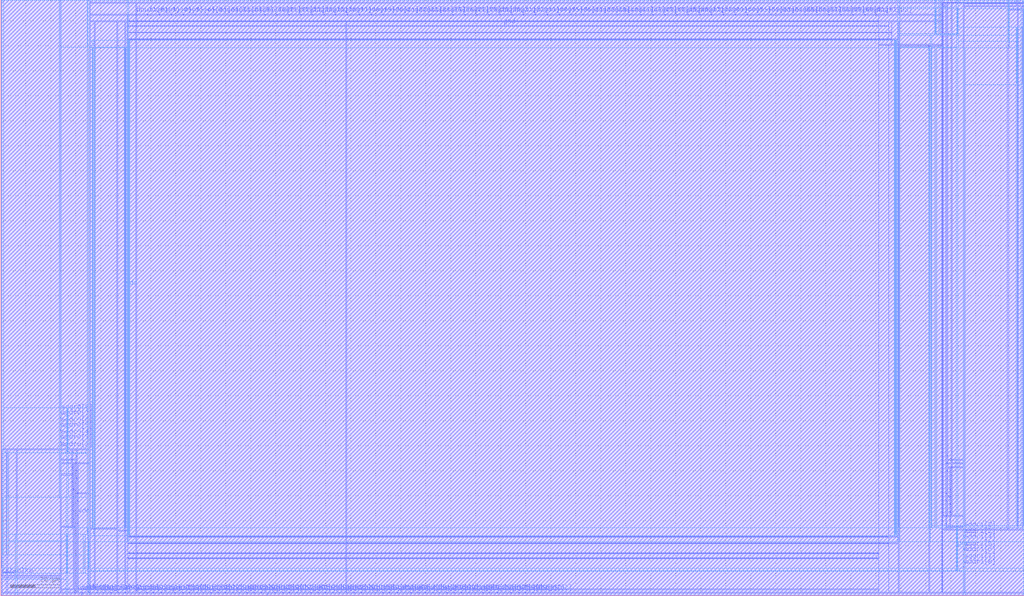
<source format=lef>
VERSION 5.4 ;
NAMESCASESENSITIVE ON ;
BUSBITCHARS "[]" ;
DIVIDERCHAR "/" ;
UNITS
  DATABASE MICRONS 2000 ;
END UNITS
MACRO freepdk45_sram_1w1r_512x64_64
   CLASS BLOCK ;
   SIZE 409.325 BY 238.385 ;
   SYMMETRY X Y R90 ;
   PIN din0[0]
      DIRECTION INPUT ;
      PORT
         LAYER metal3 ;
         RECT  35.46 1.105 35.595 1.24 ;
      END
   END din0[0]
   PIN din0[1]
      DIRECTION INPUT ;
      PORT
         LAYER metal3 ;
         RECT  38.32 1.105 38.455 1.24 ;
      END
   END din0[1]
   PIN din0[2]
      DIRECTION INPUT ;
      PORT
         LAYER metal3 ;
         RECT  41.18 1.105 41.315 1.24 ;
      END
   END din0[2]
   PIN din0[3]
      DIRECTION INPUT ;
      PORT
         LAYER metal3 ;
         RECT  44.04 1.105 44.175 1.24 ;
      END
   END din0[3]
   PIN din0[4]
      DIRECTION INPUT ;
      PORT
         LAYER metal3 ;
         RECT  46.9 1.105 47.035 1.24 ;
      END
   END din0[4]
   PIN din0[5]
      DIRECTION INPUT ;
      PORT
         LAYER metal3 ;
         RECT  49.76 1.105 49.895 1.24 ;
      END
   END din0[5]
   PIN din0[6]
      DIRECTION INPUT ;
      PORT
         LAYER metal3 ;
         RECT  52.62 1.105 52.755 1.24 ;
      END
   END din0[6]
   PIN din0[7]
      DIRECTION INPUT ;
      PORT
         LAYER metal3 ;
         RECT  55.48 1.105 55.615 1.24 ;
      END
   END din0[7]
   PIN din0[8]
      DIRECTION INPUT ;
      PORT
         LAYER metal3 ;
         RECT  58.34 1.105 58.475 1.24 ;
      END
   END din0[8]
   PIN din0[9]
      DIRECTION INPUT ;
      PORT
         LAYER metal3 ;
         RECT  61.2 1.105 61.335 1.24 ;
      END
   END din0[9]
   PIN din0[10]
      DIRECTION INPUT ;
      PORT
         LAYER metal3 ;
         RECT  64.06 1.105 64.195 1.24 ;
      END
   END din0[10]
   PIN din0[11]
      DIRECTION INPUT ;
      PORT
         LAYER metal3 ;
         RECT  66.92 1.105 67.055 1.24 ;
      END
   END din0[11]
   PIN din0[12]
      DIRECTION INPUT ;
      PORT
         LAYER metal3 ;
         RECT  69.78 1.105 69.915 1.24 ;
      END
   END din0[12]
   PIN din0[13]
      DIRECTION INPUT ;
      PORT
         LAYER metal3 ;
         RECT  72.64 1.105 72.775 1.24 ;
      END
   END din0[13]
   PIN din0[14]
      DIRECTION INPUT ;
      PORT
         LAYER metal3 ;
         RECT  75.5 1.105 75.635 1.24 ;
      END
   END din0[14]
   PIN din0[15]
      DIRECTION INPUT ;
      PORT
         LAYER metal3 ;
         RECT  78.36 1.105 78.495 1.24 ;
      END
   END din0[15]
   PIN din0[16]
      DIRECTION INPUT ;
      PORT
         LAYER metal3 ;
         RECT  81.22 1.105 81.355 1.24 ;
      END
   END din0[16]
   PIN din0[17]
      DIRECTION INPUT ;
      PORT
         LAYER metal3 ;
         RECT  84.08 1.105 84.215 1.24 ;
      END
   END din0[17]
   PIN din0[18]
      DIRECTION INPUT ;
      PORT
         LAYER metal3 ;
         RECT  86.94 1.105 87.075 1.24 ;
      END
   END din0[18]
   PIN din0[19]
      DIRECTION INPUT ;
      PORT
         LAYER metal3 ;
         RECT  89.8 1.105 89.935 1.24 ;
      END
   END din0[19]
   PIN din0[20]
      DIRECTION INPUT ;
      PORT
         LAYER metal3 ;
         RECT  92.66 1.105 92.795 1.24 ;
      END
   END din0[20]
   PIN din0[21]
      DIRECTION INPUT ;
      PORT
         LAYER metal3 ;
         RECT  95.52 1.105 95.655 1.24 ;
      END
   END din0[21]
   PIN din0[22]
      DIRECTION INPUT ;
      PORT
         LAYER metal3 ;
         RECT  98.38 1.105 98.515 1.24 ;
      END
   END din0[22]
   PIN din0[23]
      DIRECTION INPUT ;
      PORT
         LAYER metal3 ;
         RECT  101.24 1.105 101.375 1.24 ;
      END
   END din0[23]
   PIN din0[24]
      DIRECTION INPUT ;
      PORT
         LAYER metal3 ;
         RECT  104.1 1.105 104.235 1.24 ;
      END
   END din0[24]
   PIN din0[25]
      DIRECTION INPUT ;
      PORT
         LAYER metal3 ;
         RECT  106.96 1.105 107.095 1.24 ;
      END
   END din0[25]
   PIN din0[26]
      DIRECTION INPUT ;
      PORT
         LAYER metal3 ;
         RECT  109.82 1.105 109.955 1.24 ;
      END
   END din0[26]
   PIN din0[27]
      DIRECTION INPUT ;
      PORT
         LAYER metal3 ;
         RECT  112.68 1.105 112.815 1.24 ;
      END
   END din0[27]
   PIN din0[28]
      DIRECTION INPUT ;
      PORT
         LAYER metal3 ;
         RECT  115.54 1.105 115.675 1.24 ;
      END
   END din0[28]
   PIN din0[29]
      DIRECTION INPUT ;
      PORT
         LAYER metal3 ;
         RECT  118.4 1.105 118.535 1.24 ;
      END
   END din0[29]
   PIN din0[30]
      DIRECTION INPUT ;
      PORT
         LAYER metal3 ;
         RECT  121.26 1.105 121.395 1.24 ;
      END
   END din0[30]
   PIN din0[31]
      DIRECTION INPUT ;
      PORT
         LAYER metal3 ;
         RECT  124.12 1.105 124.255 1.24 ;
      END
   END din0[31]
   PIN din0[32]
      DIRECTION INPUT ;
      PORT
         LAYER metal3 ;
         RECT  126.98 1.105 127.115 1.24 ;
      END
   END din0[32]
   PIN din0[33]
      DIRECTION INPUT ;
      PORT
         LAYER metal3 ;
         RECT  129.84 1.105 129.975 1.24 ;
      END
   END din0[33]
   PIN din0[34]
      DIRECTION INPUT ;
      PORT
         LAYER metal3 ;
         RECT  132.7 1.105 132.835 1.24 ;
      END
   END din0[34]
   PIN din0[35]
      DIRECTION INPUT ;
      PORT
         LAYER metal3 ;
         RECT  135.56 1.105 135.695 1.24 ;
      END
   END din0[35]
   PIN din0[36]
      DIRECTION INPUT ;
      PORT
         LAYER metal3 ;
         RECT  138.42 1.105 138.555 1.24 ;
      END
   END din0[36]
   PIN din0[37]
      DIRECTION INPUT ;
      PORT
         LAYER metal3 ;
         RECT  141.28 1.105 141.415 1.24 ;
      END
   END din0[37]
   PIN din0[38]
      DIRECTION INPUT ;
      PORT
         LAYER metal3 ;
         RECT  144.14 1.105 144.275 1.24 ;
      END
   END din0[38]
   PIN din0[39]
      DIRECTION INPUT ;
      PORT
         LAYER metal3 ;
         RECT  147.0 1.105 147.135 1.24 ;
      END
   END din0[39]
   PIN din0[40]
      DIRECTION INPUT ;
      PORT
         LAYER metal3 ;
         RECT  149.86 1.105 149.995 1.24 ;
      END
   END din0[40]
   PIN din0[41]
      DIRECTION INPUT ;
      PORT
         LAYER metal3 ;
         RECT  152.72 1.105 152.855 1.24 ;
      END
   END din0[41]
   PIN din0[42]
      DIRECTION INPUT ;
      PORT
         LAYER metal3 ;
         RECT  155.58 1.105 155.715 1.24 ;
      END
   END din0[42]
   PIN din0[43]
      DIRECTION INPUT ;
      PORT
         LAYER metal3 ;
         RECT  158.44 1.105 158.575 1.24 ;
      END
   END din0[43]
   PIN din0[44]
      DIRECTION INPUT ;
      PORT
         LAYER metal3 ;
         RECT  161.3 1.105 161.435 1.24 ;
      END
   END din0[44]
   PIN din0[45]
      DIRECTION INPUT ;
      PORT
         LAYER metal3 ;
         RECT  164.16 1.105 164.295 1.24 ;
      END
   END din0[45]
   PIN din0[46]
      DIRECTION INPUT ;
      PORT
         LAYER metal3 ;
         RECT  167.02 1.105 167.155 1.24 ;
      END
   END din0[46]
   PIN din0[47]
      DIRECTION INPUT ;
      PORT
         LAYER metal3 ;
         RECT  169.88 1.105 170.015 1.24 ;
      END
   END din0[47]
   PIN din0[48]
      DIRECTION INPUT ;
      PORT
         LAYER metal3 ;
         RECT  172.74 1.105 172.875 1.24 ;
      END
   END din0[48]
   PIN din0[49]
      DIRECTION INPUT ;
      PORT
         LAYER metal3 ;
         RECT  175.6 1.105 175.735 1.24 ;
      END
   END din0[49]
   PIN din0[50]
      DIRECTION INPUT ;
      PORT
         LAYER metal3 ;
         RECT  178.46 1.105 178.595 1.24 ;
      END
   END din0[50]
   PIN din0[51]
      DIRECTION INPUT ;
      PORT
         LAYER metal3 ;
         RECT  181.32 1.105 181.455 1.24 ;
      END
   END din0[51]
   PIN din0[52]
      DIRECTION INPUT ;
      PORT
         LAYER metal3 ;
         RECT  184.18 1.105 184.315 1.24 ;
      END
   END din0[52]
   PIN din0[53]
      DIRECTION INPUT ;
      PORT
         LAYER metal3 ;
         RECT  187.04 1.105 187.175 1.24 ;
      END
   END din0[53]
   PIN din0[54]
      DIRECTION INPUT ;
      PORT
         LAYER metal3 ;
         RECT  189.9 1.105 190.035 1.24 ;
      END
   END din0[54]
   PIN din0[55]
      DIRECTION INPUT ;
      PORT
         LAYER metal3 ;
         RECT  192.76 1.105 192.895 1.24 ;
      END
   END din0[55]
   PIN din0[56]
      DIRECTION INPUT ;
      PORT
         LAYER metal3 ;
         RECT  195.62 1.105 195.755 1.24 ;
      END
   END din0[56]
   PIN din0[57]
      DIRECTION INPUT ;
      PORT
         LAYER metal3 ;
         RECT  198.48 1.105 198.615 1.24 ;
      END
   END din0[57]
   PIN din0[58]
      DIRECTION INPUT ;
      PORT
         LAYER metal3 ;
         RECT  201.34 1.105 201.475 1.24 ;
      END
   END din0[58]
   PIN din0[59]
      DIRECTION INPUT ;
      PORT
         LAYER metal3 ;
         RECT  204.2 1.105 204.335 1.24 ;
      END
   END din0[59]
   PIN din0[60]
      DIRECTION INPUT ;
      PORT
         LAYER metal3 ;
         RECT  207.06 1.105 207.195 1.24 ;
      END
   END din0[60]
   PIN din0[61]
      DIRECTION INPUT ;
      PORT
         LAYER metal3 ;
         RECT  209.92 1.105 210.055 1.24 ;
      END
   END din0[61]
   PIN din0[62]
      DIRECTION INPUT ;
      PORT
         LAYER metal3 ;
         RECT  212.78 1.105 212.915 1.24 ;
      END
   END din0[62]
   PIN din0[63]
      DIRECTION INPUT ;
      PORT
         LAYER metal3 ;
         RECT  215.64 1.105 215.775 1.24 ;
      END
   END din0[63]
   PIN addr0[0]
      DIRECTION INPUT ;
      PORT
         LAYER metal3 ;
         RECT  29.74 1.105 29.875 1.24 ;
      END
   END addr0[0]
   PIN addr0[1]
      DIRECTION INPUT ;
      PORT
         LAYER metal3 ;
         RECT  32.6 1.105 32.735 1.24 ;
      END
   END addr0[1]
   PIN addr0[2]
      DIRECTION INPUT ;
      PORT
         LAYER metal3 ;
         RECT  24.02 58.5 24.155 58.635 ;
      END
   END addr0[2]
   PIN addr0[3]
      DIRECTION INPUT ;
      PORT
         LAYER metal3 ;
         RECT  24.02 61.23 24.155 61.365 ;
      END
   END addr0[3]
   PIN addr0[4]
      DIRECTION INPUT ;
      PORT
         LAYER metal3 ;
         RECT  24.02 63.44 24.155 63.575 ;
      END
   END addr0[4]
   PIN addr0[5]
      DIRECTION INPUT ;
      PORT
         LAYER metal3 ;
         RECT  24.02 66.17 24.155 66.305 ;
      END
   END addr0[5]
   PIN addr0[6]
      DIRECTION INPUT ;
      PORT
         LAYER metal3 ;
         RECT  24.02 68.38 24.155 68.515 ;
      END
   END addr0[6]
   PIN addr0[7]
      DIRECTION INPUT ;
      PORT
         LAYER metal3 ;
         RECT  24.02 71.11 24.155 71.245 ;
      END
   END addr0[7]
   PIN addr0[8]
      DIRECTION INPUT ;
      PORT
         LAYER metal3 ;
         RECT  24.02 73.32 24.155 73.455 ;
      END
   END addr0[8]
   PIN addr1[0]
      DIRECTION INPUT ;
      PORT
         LAYER metal3 ;
         RECT  376.45 237.145 376.585 237.28 ;
      END
   END addr1[0]
   PIN addr1[1]
      DIRECTION INPUT ;
      PORT
         LAYER metal3 ;
         RECT  373.59 237.145 373.725 237.28 ;
      END
   END addr1[1]
   PIN addr1[2]
      DIRECTION INPUT ;
      PORT
         LAYER metal3 ;
         RECT  385.03 26.39 385.165 26.525 ;
      END
   END addr1[2]
   PIN addr1[3]
      DIRECTION INPUT ;
      PORT
         LAYER metal3 ;
         RECT  385.03 23.66 385.165 23.795 ;
      END
   END addr1[3]
   PIN addr1[4]
      DIRECTION INPUT ;
      PORT
         LAYER metal3 ;
         RECT  385.03 21.45 385.165 21.585 ;
      END
   END addr1[4]
   PIN addr1[5]
      DIRECTION INPUT ;
      PORT
         LAYER metal3 ;
         RECT  385.03 18.72 385.165 18.855 ;
      END
   END addr1[5]
   PIN addr1[6]
      DIRECTION INPUT ;
      PORT
         LAYER metal3 ;
         RECT  385.03 16.51 385.165 16.645 ;
      END
   END addr1[6]
   PIN addr1[7]
      DIRECTION INPUT ;
      PORT
         LAYER metal3 ;
         RECT  385.03 13.78 385.165 13.915 ;
      END
   END addr1[7]
   PIN addr1[8]
      DIRECTION INPUT ;
      PORT
         LAYER metal3 ;
         RECT  385.03 11.57 385.165 11.705 ;
      END
   END addr1[8]
   PIN csb0
      DIRECTION INPUT ;
      PORT
         LAYER metal3 ;
         RECT  0.285 7.93 0.42 8.065 ;
      END
   END csb0
   PIN csb1
      DIRECTION INPUT ;
      PORT
         LAYER metal3 ;
         RECT  408.905 235.77 409.04 235.905 ;
      END
   END csb1
   PIN clk0
      DIRECTION INPUT ;
      PORT
         LAYER metal3 ;
         RECT  6.2475 8.015 6.3825 8.15 ;
      END
   END clk0
   PIN clk1
      DIRECTION INPUT ;
      PORT
         LAYER metal3 ;
         RECT  402.8025 235.685 402.9375 235.82 ;
      END
   END clk1
   PIN dout1[0]
      DIRECTION OUTPUT ;
      PORT
         LAYER metal3 ;
         RECT  54.0625 232.2775 54.1975 232.4125 ;
      END
   END dout1[0]
   PIN dout1[1]
      DIRECTION OUTPUT ;
      PORT
         LAYER metal3 ;
         RECT  58.7625 232.2775 58.8975 232.4125 ;
      END
   END dout1[1]
   PIN dout1[2]
      DIRECTION OUTPUT ;
      PORT
         LAYER metal3 ;
         RECT  63.4625 232.2775 63.5975 232.4125 ;
      END
   END dout1[2]
   PIN dout1[3]
      DIRECTION OUTPUT ;
      PORT
         LAYER metal3 ;
         RECT  68.1625 232.2775 68.2975 232.4125 ;
      END
   END dout1[3]
   PIN dout1[4]
      DIRECTION OUTPUT ;
      PORT
         LAYER metal3 ;
         RECT  72.8625 232.2775 72.9975 232.4125 ;
      END
   END dout1[4]
   PIN dout1[5]
      DIRECTION OUTPUT ;
      PORT
         LAYER metal3 ;
         RECT  77.5625 232.2775 77.6975 232.4125 ;
      END
   END dout1[5]
   PIN dout1[6]
      DIRECTION OUTPUT ;
      PORT
         LAYER metal3 ;
         RECT  82.2625 232.2775 82.3975 232.4125 ;
      END
   END dout1[6]
   PIN dout1[7]
      DIRECTION OUTPUT ;
      PORT
         LAYER metal3 ;
         RECT  86.9625 232.2775 87.0975 232.4125 ;
      END
   END dout1[7]
   PIN dout1[8]
      DIRECTION OUTPUT ;
      PORT
         LAYER metal3 ;
         RECT  91.6625 232.2775 91.7975 232.4125 ;
      END
   END dout1[8]
   PIN dout1[9]
      DIRECTION OUTPUT ;
      PORT
         LAYER metal3 ;
         RECT  96.3625 232.2775 96.4975 232.4125 ;
      END
   END dout1[9]
   PIN dout1[10]
      DIRECTION OUTPUT ;
      PORT
         LAYER metal3 ;
         RECT  101.0625 232.2775 101.1975 232.4125 ;
      END
   END dout1[10]
   PIN dout1[11]
      DIRECTION OUTPUT ;
      PORT
         LAYER metal3 ;
         RECT  105.7625 232.2775 105.8975 232.4125 ;
      END
   END dout1[11]
   PIN dout1[12]
      DIRECTION OUTPUT ;
      PORT
         LAYER metal3 ;
         RECT  110.4625 232.2775 110.5975 232.4125 ;
      END
   END dout1[12]
   PIN dout1[13]
      DIRECTION OUTPUT ;
      PORT
         LAYER metal3 ;
         RECT  115.1625 232.2775 115.2975 232.4125 ;
      END
   END dout1[13]
   PIN dout1[14]
      DIRECTION OUTPUT ;
      PORT
         LAYER metal3 ;
         RECT  119.8625 232.2775 119.9975 232.4125 ;
      END
   END dout1[14]
   PIN dout1[15]
      DIRECTION OUTPUT ;
      PORT
         LAYER metal3 ;
         RECT  124.5625 232.2775 124.6975 232.4125 ;
      END
   END dout1[15]
   PIN dout1[16]
      DIRECTION OUTPUT ;
      PORT
         LAYER metal3 ;
         RECT  129.2625 232.2775 129.3975 232.4125 ;
      END
   END dout1[16]
   PIN dout1[17]
      DIRECTION OUTPUT ;
      PORT
         LAYER metal3 ;
         RECT  133.9625 232.2775 134.0975 232.4125 ;
      END
   END dout1[17]
   PIN dout1[18]
      DIRECTION OUTPUT ;
      PORT
         LAYER metal3 ;
         RECT  138.6625 232.2775 138.7975 232.4125 ;
      END
   END dout1[18]
   PIN dout1[19]
      DIRECTION OUTPUT ;
      PORT
         LAYER metal3 ;
         RECT  143.3625 232.2775 143.4975 232.4125 ;
      END
   END dout1[19]
   PIN dout1[20]
      DIRECTION OUTPUT ;
      PORT
         LAYER metal3 ;
         RECT  148.0625 232.2775 148.1975 232.4125 ;
      END
   END dout1[20]
   PIN dout1[21]
      DIRECTION OUTPUT ;
      PORT
         LAYER metal3 ;
         RECT  152.7625 232.2775 152.8975 232.4125 ;
      END
   END dout1[21]
   PIN dout1[22]
      DIRECTION OUTPUT ;
      PORT
         LAYER metal3 ;
         RECT  157.4625 232.2775 157.5975 232.4125 ;
      END
   END dout1[22]
   PIN dout1[23]
      DIRECTION OUTPUT ;
      PORT
         LAYER metal3 ;
         RECT  162.1625 232.2775 162.2975 232.4125 ;
      END
   END dout1[23]
   PIN dout1[24]
      DIRECTION OUTPUT ;
      PORT
         LAYER metal3 ;
         RECT  166.8625 232.2775 166.9975 232.4125 ;
      END
   END dout1[24]
   PIN dout1[25]
      DIRECTION OUTPUT ;
      PORT
         LAYER metal3 ;
         RECT  171.5625 232.2775 171.6975 232.4125 ;
      END
   END dout1[25]
   PIN dout1[26]
      DIRECTION OUTPUT ;
      PORT
         LAYER metal3 ;
         RECT  176.2625 232.2775 176.3975 232.4125 ;
      END
   END dout1[26]
   PIN dout1[27]
      DIRECTION OUTPUT ;
      PORT
         LAYER metal3 ;
         RECT  180.9625 232.2775 181.0975 232.4125 ;
      END
   END dout1[27]
   PIN dout1[28]
      DIRECTION OUTPUT ;
      PORT
         LAYER metal3 ;
         RECT  185.6625 232.2775 185.7975 232.4125 ;
      END
   END dout1[28]
   PIN dout1[29]
      DIRECTION OUTPUT ;
      PORT
         LAYER metal3 ;
         RECT  190.3625 232.2775 190.4975 232.4125 ;
      END
   END dout1[29]
   PIN dout1[30]
      DIRECTION OUTPUT ;
      PORT
         LAYER metal3 ;
         RECT  195.0625 232.2775 195.1975 232.4125 ;
      END
   END dout1[30]
   PIN dout1[31]
      DIRECTION OUTPUT ;
      PORT
         LAYER metal3 ;
         RECT  199.7625 232.2775 199.8975 232.4125 ;
      END
   END dout1[31]
   PIN dout1[32]
      DIRECTION OUTPUT ;
      PORT
         LAYER metal3 ;
         RECT  204.4625 232.2775 204.5975 232.4125 ;
      END
   END dout1[32]
   PIN dout1[33]
      DIRECTION OUTPUT ;
      PORT
         LAYER metal3 ;
         RECT  209.1625 232.2775 209.2975 232.4125 ;
      END
   END dout1[33]
   PIN dout1[34]
      DIRECTION OUTPUT ;
      PORT
         LAYER metal3 ;
         RECT  213.8625 232.2775 213.9975 232.4125 ;
      END
   END dout1[34]
   PIN dout1[35]
      DIRECTION OUTPUT ;
      PORT
         LAYER metal3 ;
         RECT  218.5625 232.2775 218.6975 232.4125 ;
      END
   END dout1[35]
   PIN dout1[36]
      DIRECTION OUTPUT ;
      PORT
         LAYER metal3 ;
         RECT  223.2625 232.2775 223.3975 232.4125 ;
      END
   END dout1[36]
   PIN dout1[37]
      DIRECTION OUTPUT ;
      PORT
         LAYER metal3 ;
         RECT  227.9625 232.2775 228.0975 232.4125 ;
      END
   END dout1[37]
   PIN dout1[38]
      DIRECTION OUTPUT ;
      PORT
         LAYER metal3 ;
         RECT  232.6625 232.2775 232.7975 232.4125 ;
      END
   END dout1[38]
   PIN dout1[39]
      DIRECTION OUTPUT ;
      PORT
         LAYER metal3 ;
         RECT  237.3625 232.2775 237.4975 232.4125 ;
      END
   END dout1[39]
   PIN dout1[40]
      DIRECTION OUTPUT ;
      PORT
         LAYER metal3 ;
         RECT  242.0625 232.2775 242.1975 232.4125 ;
      END
   END dout1[40]
   PIN dout1[41]
      DIRECTION OUTPUT ;
      PORT
         LAYER metal3 ;
         RECT  246.7625 232.2775 246.8975 232.4125 ;
      END
   END dout1[41]
   PIN dout1[42]
      DIRECTION OUTPUT ;
      PORT
         LAYER metal3 ;
         RECT  251.4625 232.2775 251.5975 232.4125 ;
      END
   END dout1[42]
   PIN dout1[43]
      DIRECTION OUTPUT ;
      PORT
         LAYER metal3 ;
         RECT  256.1625 232.2775 256.2975 232.4125 ;
      END
   END dout1[43]
   PIN dout1[44]
      DIRECTION OUTPUT ;
      PORT
         LAYER metal3 ;
         RECT  260.8625 232.2775 260.9975 232.4125 ;
      END
   END dout1[44]
   PIN dout1[45]
      DIRECTION OUTPUT ;
      PORT
         LAYER metal3 ;
         RECT  265.5625 232.2775 265.6975 232.4125 ;
      END
   END dout1[45]
   PIN dout1[46]
      DIRECTION OUTPUT ;
      PORT
         LAYER metal3 ;
         RECT  270.2625 232.2775 270.3975 232.4125 ;
      END
   END dout1[46]
   PIN dout1[47]
      DIRECTION OUTPUT ;
      PORT
         LAYER metal3 ;
         RECT  274.9625 232.2775 275.0975 232.4125 ;
      END
   END dout1[47]
   PIN dout1[48]
      DIRECTION OUTPUT ;
      PORT
         LAYER metal3 ;
         RECT  279.6625 232.2775 279.7975 232.4125 ;
      END
   END dout1[48]
   PIN dout1[49]
      DIRECTION OUTPUT ;
      PORT
         LAYER metal3 ;
         RECT  284.3625 232.2775 284.4975 232.4125 ;
      END
   END dout1[49]
   PIN dout1[50]
      DIRECTION OUTPUT ;
      PORT
         LAYER metal3 ;
         RECT  289.0625 232.2775 289.1975 232.4125 ;
      END
   END dout1[50]
   PIN dout1[51]
      DIRECTION OUTPUT ;
      PORT
         LAYER metal3 ;
         RECT  293.7625 232.2775 293.8975 232.4125 ;
      END
   END dout1[51]
   PIN dout1[52]
      DIRECTION OUTPUT ;
      PORT
         LAYER metal3 ;
         RECT  298.4625 232.2775 298.5975 232.4125 ;
      END
   END dout1[52]
   PIN dout1[53]
      DIRECTION OUTPUT ;
      PORT
         LAYER metal3 ;
         RECT  303.1625 232.2775 303.2975 232.4125 ;
      END
   END dout1[53]
   PIN dout1[54]
      DIRECTION OUTPUT ;
      PORT
         LAYER metal3 ;
         RECT  307.8625 232.2775 307.9975 232.4125 ;
      END
   END dout1[54]
   PIN dout1[55]
      DIRECTION OUTPUT ;
      PORT
         LAYER metal3 ;
         RECT  312.5625 232.2775 312.6975 232.4125 ;
      END
   END dout1[55]
   PIN dout1[56]
      DIRECTION OUTPUT ;
      PORT
         LAYER metal3 ;
         RECT  317.2625 232.2775 317.3975 232.4125 ;
      END
   END dout1[56]
   PIN dout1[57]
      DIRECTION OUTPUT ;
      PORT
         LAYER metal3 ;
         RECT  321.9625 232.2775 322.0975 232.4125 ;
      END
   END dout1[57]
   PIN dout1[58]
      DIRECTION OUTPUT ;
      PORT
         LAYER metal3 ;
         RECT  326.6625 232.2775 326.7975 232.4125 ;
      END
   END dout1[58]
   PIN dout1[59]
      DIRECTION OUTPUT ;
      PORT
         LAYER metal3 ;
         RECT  331.3625 232.2775 331.4975 232.4125 ;
      END
   END dout1[59]
   PIN dout1[60]
      DIRECTION OUTPUT ;
      PORT
         LAYER metal3 ;
         RECT  336.0625 232.2775 336.1975 232.4125 ;
      END
   END dout1[60]
   PIN dout1[61]
      DIRECTION OUTPUT ;
      PORT
         LAYER metal3 ;
         RECT  340.7625 232.2775 340.8975 232.4125 ;
      END
   END dout1[61]
   PIN dout1[62]
      DIRECTION OUTPUT ;
      PORT
         LAYER metal3 ;
         RECT  345.4625 232.2775 345.5975 232.4125 ;
      END
   END dout1[62]
   PIN dout1[63]
      DIRECTION OUTPUT ;
      PORT
         LAYER metal3 ;
         RECT  350.1625 232.2775 350.2975 232.4125 ;
      END
   END dout1[63]
   PIN vdd
      DIRECTION INOUT ;
      USE POWER ; 
      SHAPE ABUTMENT ; 
      PORT
         LAYER metal3 ;
         RECT  30.3975 52.91 30.5325 53.045 ;
         LAYER metal4 ;
         RECT  35.01 11.285 35.15 21.305 ;
         LAYER metal3 ;
         RECT  50.8775 229.72 350.9675 229.79 ;
         LAYER metal3 ;
         RECT  378.1125 31.98 378.2475 32.115 ;
         LAYER metal3 ;
         RECT  378.4575 52.91 378.5925 53.045 ;
         LAYER metal3 ;
         RECT  138.1375 2.47 138.2725 2.605 ;
         LAYER metal3 ;
         RECT  30.3975 55.9 30.5325 56.035 ;
         LAYER metal3 ;
         RECT  378.1125 40.95 378.2475 41.085 ;
         LAYER metal3 ;
         RECT  359.1225 220.35 359.2575 220.485 ;
         LAYER metal3 ;
         RECT  378.4575 46.93 378.5925 47.065 ;
         LAYER metal4 ;
         RECT  0.6875 16.67 0.8275 39.0725 ;
         LAYER metal3 ;
         RECT  206.7775 2.47 206.9125 2.605 ;
         LAYER metal4 ;
         RECT  23.735 57.3925 23.875 74.8875 ;
         LAYER metal3 ;
         RECT  406.765 234.405 406.9 234.54 ;
         LAYER metal3 ;
         RECT  161.0175 2.47 161.1525 2.605 ;
         LAYER metal3 ;
         RECT  30.7425 40.95 30.8775 41.085 ;
         LAYER metal3 ;
         RECT  172.4575 2.47 172.5925 2.605 ;
         LAYER metal4 ;
         RECT  26.455 9.2925 26.595 24.2525 ;
         LAYER metal3 ;
         RECT  29.4575 2.47 29.5925 2.605 ;
         LAYER metal3 ;
         RECT  30.7425 28.99 30.8775 29.125 ;
         LAYER metal4 ;
         RECT  359.12 27.4925 359.26 218.9925 ;
         LAYER metal3 ;
         RECT  30.7425 37.96 30.8775 38.095 ;
         LAYER metal3 ;
         RECT  46.6175 2.47 46.7525 2.605 ;
         LAYER metal4 ;
         RECT  382.59 224.5225 382.73 234.5425 ;
         LAYER metal3 ;
         RECT  2.425 9.295 2.56 9.43 ;
         LAYER metal3 ;
         RECT  183.8975 2.47 184.0325 2.605 ;
         LAYER metal3 ;
         RECT  115.2575 2.47 115.3925 2.605 ;
         LAYER metal3 ;
         RECT  92.3775 2.47 92.5125 2.605 ;
         LAYER metal4 ;
         RECT  50.81 24.3225 50.95 221.9125 ;
         LAYER metal3 ;
         RECT  149.5775 2.47 149.7125 2.605 ;
         LAYER metal3 ;
         RECT  50.8775 14.9775 350.9675 15.0475 ;
         LAYER metal4 ;
         RECT  371.995 27.4925 372.135 219.0625 ;
         LAYER metal3 ;
         RECT  35.1775 2.47 35.3125 2.605 ;
         LAYER metal3 ;
         RECT  58.0575 2.47 58.1925 2.605 ;
         LAYER metal3 ;
         RECT  69.4975 2.47 69.6325 2.605 ;
         LAYER metal3 ;
         RECT  30.3975 49.92 30.5325 50.055 ;
         LAYER metal3 ;
         RECT  126.6975 2.47 126.8325 2.605 ;
         LAYER metal3 ;
         RECT  195.3375 2.47 195.4725 2.605 ;
         LAYER metal3 ;
         RECT  378.4575 55.9 378.5925 56.035 ;
         LAYER metal3 ;
         RECT  378.1125 28.99 378.2475 29.125 ;
         LAYER metal3 ;
         RECT  378.4575 49.92 378.5925 50.055 ;
         LAYER metal3 ;
         RECT  30.3975 46.93 30.5325 47.065 ;
         LAYER metal3 ;
         RECT  50.8775 222.6075 356.1375 222.6775 ;
         LAYER metal4 ;
         RECT  385.31 10.1375 385.45 27.6325 ;
         LAYER metal3 ;
         RECT  103.8175 2.47 103.9525 2.605 ;
         LAYER metal4 ;
         RECT  408.4975 204.7625 408.6375 227.165 ;
         LAYER metal3 ;
         RECT  80.9375 2.47 81.0725 2.605 ;
         LAYER metal3 ;
         RECT  371.38 219.5625 371.515 219.6975 ;
         LAYER metal3 ;
         RECT  49.7325 26.0 49.8675 26.135 ;
         LAYER metal4 ;
         RECT  358.04 24.3225 358.18 221.9125 ;
         LAYER metal4 ;
         RECT  36.855 27.4925 36.995 219.0625 ;
         LAYER metal3 ;
         RECT  378.1125 37.96 378.2475 38.095 ;
         LAYER metal3 ;
         RECT  376.7325 235.78 376.8675 235.915 ;
         LAYER metal4 ;
         RECT  373.84 225.0 373.98 235.02 ;
         LAYER metal4 ;
         RECT  49.73 27.4925 49.87 218.9925 ;
         LAYER metal3 ;
         RECT  50.8775 23.6275 354.9625 23.6975 ;
         LAYER metal3 ;
         RECT  37.475 26.7875 37.61 26.9225 ;
         LAYER metal3 ;
         RECT  30.7425 31.98 30.8775 32.115 ;
      END
   END vdd
   PIN gnd
      DIRECTION INOUT ;
      USE GROUND ; 
      SHAPE ABUTMENT ; 
      PORT
         LAYER metal4 ;
         RECT  51.27 24.3225 51.41 221.9125 ;
         LAYER metal4 ;
         RECT  406.435 204.73 406.575 227.1325 ;
         LAYER metal3 ;
         RECT  106.6775 0.0 106.8125 0.135 ;
         LAYER metal4 ;
         RECT  26.595 57.3275 26.735 74.8225 ;
         LAYER metal3 ;
         RECT  83.7975 0.0 83.9325 0.135 ;
         LAYER metal3 ;
         RECT  118.1175 0.0 118.2525 0.135 ;
         LAYER metal3 ;
         RECT  29.215 27.495 29.35 27.63 ;
         LAYER metal3 ;
         RECT  50.8775 17.0275 350.9675 17.0975 ;
         LAYER metal3 ;
         RECT  29.215 30.485 29.35 30.62 ;
         LAYER metal3 ;
         RECT  380.265 54.405 380.4 54.54 ;
         LAYER metal3 ;
         RECT  152.4375 0.0 152.5725 0.135 ;
         LAYER metal4 ;
         RECT  371.435 27.46 371.575 219.025 ;
         LAYER metal3 ;
         RECT  95.2375 0.0 95.3725 0.135 ;
         LAYER metal3 ;
         RECT  72.3575 0.0 72.4925 0.135 ;
         LAYER metal3 ;
         RECT  129.5575 0.0 129.6925 0.135 ;
         LAYER metal3 ;
         RECT  38.0375 0.0 38.1725 0.135 ;
         LAYER metal3 ;
         RECT  379.64 27.495 379.775 27.63 ;
         LAYER metal3 ;
         RECT  2.425 6.825 2.56 6.96 ;
         LAYER metal3 ;
         RECT  373.8725 238.25 374.0075 238.385 ;
         LAYER metal3 ;
         RECT  380.265 51.415 380.4 51.55 ;
         LAYER metal3 ;
         RECT  28.59 48.425 28.725 48.56 ;
         LAYER metal3 ;
         RECT  186.7575 0.0 186.8925 0.135 ;
         LAYER metal3 ;
         RECT  50.8775 225.2275 354.995 225.2975 ;
         LAYER metal4 ;
         RECT  37.415 27.46 37.555 219.025 ;
         LAYER metal4 ;
         RECT  34.92 27.46 35.06 219.0625 ;
         LAYER metal3 ;
         RECT  28.59 45.435 28.725 45.57 ;
         LAYER metal4 ;
         RECT  2.75 16.7025 2.89 39.105 ;
         LAYER metal3 ;
         RECT  32.3175 0.0 32.4525 0.135 ;
         LAYER metal3 ;
         RECT  379.64 39.455 379.775 39.59 ;
         LAYER metal4 ;
         RECT  6.105 6.8225 6.245 21.7825 ;
         LAYER metal3 ;
         RECT  380.265 45.435 380.4 45.57 ;
         LAYER metal3 ;
         RECT  140.9975 0.0 141.1325 0.135 ;
         LAYER metal3 ;
         RECT  49.4775 0.0 49.6125 0.135 ;
         LAYER metal3 ;
         RECT  379.64 36.465 379.775 36.6 ;
         LAYER metal3 ;
         RECT  379.64 42.445 379.775 42.58 ;
         LAYER metal3 ;
         RECT  380.265 48.425 380.4 48.56 ;
         LAYER metal3 ;
         RECT  29.215 33.475 29.35 33.61 ;
         LAYER metal4 ;
         RECT  357.58 24.3225 357.72 221.9125 ;
         LAYER metal3 ;
         RECT  29.215 36.465 29.35 36.6 ;
         LAYER metal4 ;
         RECT  373.93 27.46 374.07 219.0625 ;
         LAYER metal3 ;
         RECT  29.215 39.455 29.35 39.59 ;
         LAYER metal4 ;
         RECT  402.94 222.0525 403.08 237.0125 ;
         LAYER metal3 ;
         RECT  60.9175 0.0 61.0525 0.135 ;
         LAYER metal3 ;
         RECT  163.8775 0.0 164.0125 0.135 ;
         LAYER metal4 ;
         RECT  33.3475 11.2175 33.4875 21.3725 ;
         LAYER metal3 ;
         RECT  28.59 54.405 28.725 54.54 ;
         LAYER metal3 ;
         RECT  406.765 236.875 406.9 237.01 ;
         LAYER metal4 ;
         RECT  375.5025 224.9325 375.6425 235.0875 ;
         LAYER metal3 ;
         RECT  29.215 42.445 29.35 42.58 ;
         LAYER metal3 ;
         RECT  198.1975 0.0 198.3325 0.135 ;
         LAYER metal3 ;
         RECT  379.64 30.485 379.775 30.62 ;
         LAYER metal4 ;
         RECT  382.45 10.2025 382.59 27.6975 ;
         LAYER metal3 ;
         RECT  50.8775 21.0075 354.995 21.0775 ;
         LAYER metal3 ;
         RECT  175.3175 0.0 175.4525 0.135 ;
         LAYER metal3 ;
         RECT  28.59 51.415 28.725 51.55 ;
         LAYER metal3 ;
         RECT  380.265 57.395 380.4 57.53 ;
         LAYER metal3 ;
         RECT  209.6375 0.0 209.7725 0.135 ;
         LAYER metal3 ;
         RECT  379.64 33.475 379.775 33.61 ;
         LAYER metal3 ;
         RECT  28.59 57.395 28.725 57.53 ;
         LAYER metal3 ;
         RECT  50.8775 227.8275 351.0025 227.8975 ;
      END
   END gnd
   OBS
   LAYER  metal1 ;
      RECT  0.14 0.14 409.185 238.245 ;
   LAYER  metal2 ;
      RECT  0.14 0.14 409.185 238.245 ;
   LAYER  metal3 ;
      RECT  35.32 0.14 35.735 0.965 ;
      RECT  35.735 0.965 38.18 1.38 ;
      RECT  38.595 0.965 41.04 1.38 ;
      RECT  41.455 0.965 43.9 1.38 ;
      RECT  44.315 0.965 46.76 1.38 ;
      RECT  47.175 0.965 49.62 1.38 ;
      RECT  50.035 0.965 52.48 1.38 ;
      RECT  52.895 0.965 55.34 1.38 ;
      RECT  55.755 0.965 58.2 1.38 ;
      RECT  58.615 0.965 61.06 1.38 ;
      RECT  61.475 0.965 63.92 1.38 ;
      RECT  64.335 0.965 66.78 1.38 ;
      RECT  67.195 0.965 69.64 1.38 ;
      RECT  70.055 0.965 72.5 1.38 ;
      RECT  72.915 0.965 75.36 1.38 ;
      RECT  75.775 0.965 78.22 1.38 ;
      RECT  78.635 0.965 81.08 1.38 ;
      RECT  81.495 0.965 83.94 1.38 ;
      RECT  84.355 0.965 86.8 1.38 ;
      RECT  87.215 0.965 89.66 1.38 ;
      RECT  90.075 0.965 92.52 1.38 ;
      RECT  92.935 0.965 95.38 1.38 ;
      RECT  95.795 0.965 98.24 1.38 ;
      RECT  98.655 0.965 101.1 1.38 ;
      RECT  101.515 0.965 103.96 1.38 ;
      RECT  104.375 0.965 106.82 1.38 ;
      RECT  107.235 0.965 109.68 1.38 ;
      RECT  110.095 0.965 112.54 1.38 ;
      RECT  112.955 0.965 115.4 1.38 ;
      RECT  115.815 0.965 118.26 1.38 ;
      RECT  118.675 0.965 121.12 1.38 ;
      RECT  121.535 0.965 123.98 1.38 ;
      RECT  124.395 0.965 126.84 1.38 ;
      RECT  127.255 0.965 129.7 1.38 ;
      RECT  130.115 0.965 132.56 1.38 ;
      RECT  132.975 0.965 135.42 1.38 ;
      RECT  135.835 0.965 138.28 1.38 ;
      RECT  138.695 0.965 141.14 1.38 ;
      RECT  141.555 0.965 144.0 1.38 ;
      RECT  144.415 0.965 146.86 1.38 ;
      RECT  147.275 0.965 149.72 1.38 ;
      RECT  150.135 0.965 152.58 1.38 ;
      RECT  152.995 0.965 155.44 1.38 ;
      RECT  155.855 0.965 158.3 1.38 ;
      RECT  158.715 0.965 161.16 1.38 ;
      RECT  161.575 0.965 164.02 1.38 ;
      RECT  164.435 0.965 166.88 1.38 ;
      RECT  167.295 0.965 169.74 1.38 ;
      RECT  170.155 0.965 172.6 1.38 ;
      RECT  173.015 0.965 175.46 1.38 ;
      RECT  175.875 0.965 178.32 1.38 ;
      RECT  178.735 0.965 181.18 1.38 ;
      RECT  181.595 0.965 184.04 1.38 ;
      RECT  184.455 0.965 186.9 1.38 ;
      RECT  187.315 0.965 189.76 1.38 ;
      RECT  190.175 0.965 192.62 1.38 ;
      RECT  193.035 0.965 195.48 1.38 ;
      RECT  195.895 0.965 198.34 1.38 ;
      RECT  198.755 0.965 201.2 1.38 ;
      RECT  201.615 0.965 204.06 1.38 ;
      RECT  204.475 0.965 206.92 1.38 ;
      RECT  207.335 0.965 209.78 1.38 ;
      RECT  210.195 0.965 212.64 1.38 ;
      RECT  213.055 0.965 215.5 1.38 ;
      RECT  215.915 0.965 409.185 1.38 ;
      RECT  0.14 0.965 29.6 1.38 ;
      RECT  30.015 0.965 32.46 1.38 ;
      RECT  32.875 0.965 35.32 1.38 ;
      RECT  0.14 58.36 23.88 58.775 ;
      RECT  0.14 58.775 23.88 238.245 ;
      RECT  23.88 1.38 24.295 58.36 ;
      RECT  24.295 58.36 35.32 58.775 ;
      RECT  24.295 58.775 35.32 238.245 ;
      RECT  23.88 58.775 24.295 61.09 ;
      RECT  23.88 61.505 24.295 63.3 ;
      RECT  23.88 63.715 24.295 66.03 ;
      RECT  23.88 66.445 24.295 68.24 ;
      RECT  23.88 68.655 24.295 70.97 ;
      RECT  23.88 71.385 24.295 73.18 ;
      RECT  23.88 73.595 24.295 238.245 ;
      RECT  376.31 237.42 376.725 238.245 ;
      RECT  376.725 237.42 409.185 238.245 ;
      RECT  35.735 237.005 373.45 237.42 ;
      RECT  373.865 237.005 376.31 237.42 ;
      RECT  376.725 1.38 384.89 26.25 ;
      RECT  376.725 26.25 384.89 26.665 ;
      RECT  384.89 26.665 385.305 237.005 ;
      RECT  385.305 1.38 409.185 26.25 ;
      RECT  385.305 26.25 409.185 26.665 ;
      RECT  384.89 23.935 385.305 26.25 ;
      RECT  384.89 21.725 385.305 23.52 ;
      RECT  384.89 18.995 385.305 21.31 ;
      RECT  384.89 16.785 385.305 18.58 ;
      RECT  384.89 14.055 385.305 16.37 ;
      RECT  384.89 1.38 385.305 11.43 ;
      RECT  384.89 11.845 385.305 13.64 ;
      RECT  0.14 1.38 0.145 7.79 ;
      RECT  0.14 7.79 0.145 8.205 ;
      RECT  0.14 8.205 0.145 58.36 ;
      RECT  0.145 1.38 0.56 7.79 ;
      RECT  0.145 8.205 0.56 58.36 ;
      RECT  408.765 26.665 409.18 235.63 ;
      RECT  408.765 236.045 409.18 237.005 ;
      RECT  409.18 26.665 409.185 235.63 ;
      RECT  409.18 235.63 409.185 236.045 ;
      RECT  409.18 236.045 409.185 237.005 ;
      RECT  0.56 7.79 6.1075 7.875 ;
      RECT  0.56 7.875 6.1075 8.205 ;
      RECT  6.1075 7.79 6.5225 7.875 ;
      RECT  6.5225 7.79 23.88 7.875 ;
      RECT  6.5225 7.875 23.88 8.205 ;
      RECT  0.56 8.205 6.1075 8.29 ;
      RECT  6.1075 8.29 6.5225 58.36 ;
      RECT  6.5225 8.205 23.88 8.29 ;
      RECT  6.5225 8.29 23.88 58.36 ;
      RECT  385.305 26.665 402.6625 235.545 ;
      RECT  385.305 235.545 402.6625 235.63 ;
      RECT  402.6625 26.665 403.0775 235.545 ;
      RECT  403.0775 235.545 408.765 235.63 ;
      RECT  385.305 235.63 402.6625 235.96 ;
      RECT  385.305 235.96 402.6625 236.045 ;
      RECT  402.6625 235.96 403.0775 236.045 ;
      RECT  403.0775 235.63 408.765 235.96 ;
      RECT  403.0775 235.96 408.765 236.045 ;
      RECT  35.735 232.1375 53.9225 232.5525 ;
      RECT  35.735 232.5525 53.9225 237.005 ;
      RECT  53.9225 232.5525 54.3375 237.005 ;
      RECT  54.3375 232.5525 376.31 237.005 ;
      RECT  54.3375 232.1375 58.6225 232.5525 ;
      RECT  59.0375 232.1375 63.3225 232.5525 ;
      RECT  63.7375 232.1375 68.0225 232.5525 ;
      RECT  68.4375 232.1375 72.7225 232.5525 ;
      RECT  73.1375 232.1375 77.4225 232.5525 ;
      RECT  77.8375 232.1375 82.1225 232.5525 ;
      RECT  82.5375 232.1375 86.8225 232.5525 ;
      RECT  87.2375 232.1375 91.5225 232.5525 ;
      RECT  91.9375 232.1375 96.2225 232.5525 ;
      RECT  96.6375 232.1375 100.9225 232.5525 ;
      RECT  101.3375 232.1375 105.6225 232.5525 ;
      RECT  106.0375 232.1375 110.3225 232.5525 ;
      RECT  110.7375 232.1375 115.0225 232.5525 ;
      RECT  115.4375 232.1375 119.7225 232.5525 ;
      RECT  120.1375 232.1375 124.4225 232.5525 ;
      RECT  124.8375 232.1375 129.1225 232.5525 ;
      RECT  129.5375 232.1375 133.8225 232.5525 ;
      RECT  134.2375 232.1375 138.5225 232.5525 ;
      RECT  138.9375 232.1375 143.2225 232.5525 ;
      RECT  143.6375 232.1375 147.9225 232.5525 ;
      RECT  148.3375 232.1375 152.6225 232.5525 ;
      RECT  153.0375 232.1375 157.3225 232.5525 ;
      RECT  157.7375 232.1375 162.0225 232.5525 ;
      RECT  162.4375 232.1375 166.7225 232.5525 ;
      RECT  167.1375 232.1375 171.4225 232.5525 ;
      RECT  171.8375 232.1375 176.1225 232.5525 ;
      RECT  176.5375 232.1375 180.8225 232.5525 ;
      RECT  181.2375 232.1375 185.5225 232.5525 ;
      RECT  185.9375 232.1375 190.2225 232.5525 ;
      RECT  190.6375 232.1375 194.9225 232.5525 ;
      RECT  195.3375 232.1375 199.6225 232.5525 ;
      RECT  200.0375 232.1375 204.3225 232.5525 ;
      RECT  204.7375 232.1375 209.0225 232.5525 ;
      RECT  209.4375 232.1375 213.7225 232.5525 ;
      RECT  214.1375 232.1375 218.4225 232.5525 ;
      RECT  218.8375 232.1375 223.1225 232.5525 ;
      RECT  223.5375 232.1375 227.8225 232.5525 ;
      RECT  228.2375 232.1375 232.5225 232.5525 ;
      RECT  232.9375 232.1375 237.2225 232.5525 ;
      RECT  237.6375 232.1375 241.9225 232.5525 ;
      RECT  242.3375 232.1375 246.6225 232.5525 ;
      RECT  247.0375 232.1375 251.3225 232.5525 ;
      RECT  251.7375 232.1375 256.0225 232.5525 ;
      RECT  256.4375 232.1375 260.7225 232.5525 ;
      RECT  261.1375 232.1375 265.4225 232.5525 ;
      RECT  265.8375 232.1375 270.1225 232.5525 ;
      RECT  270.5375 232.1375 274.8225 232.5525 ;
      RECT  275.2375 232.1375 279.5225 232.5525 ;
      RECT  279.9375 232.1375 284.2225 232.5525 ;
      RECT  284.6375 232.1375 288.9225 232.5525 ;
      RECT  289.3375 232.1375 293.6225 232.5525 ;
      RECT  294.0375 232.1375 298.3225 232.5525 ;
      RECT  298.7375 232.1375 303.0225 232.5525 ;
      RECT  303.4375 232.1375 307.7225 232.5525 ;
      RECT  308.1375 232.1375 312.4225 232.5525 ;
      RECT  312.8375 232.1375 317.1225 232.5525 ;
      RECT  317.5375 232.1375 321.8225 232.5525 ;
      RECT  322.2375 232.1375 326.5225 232.5525 ;
      RECT  326.9375 232.1375 331.2225 232.5525 ;
      RECT  331.6375 232.1375 335.9225 232.5525 ;
      RECT  336.3375 232.1375 340.6225 232.5525 ;
      RECT  341.0375 232.1375 345.3225 232.5525 ;
      RECT  345.7375 232.1375 350.0225 232.5525 ;
      RECT  350.4375 232.1375 376.31 232.5525 ;
      RECT  24.295 52.77 30.2575 53.185 ;
      RECT  30.6725 52.77 35.32 53.185 ;
      RECT  30.6725 53.185 35.32 58.36 ;
      RECT  35.735 229.58 50.7375 229.93 ;
      RECT  35.735 229.93 50.7375 232.1375 ;
      RECT  50.7375 229.93 53.9225 232.1375 ;
      RECT  53.9225 229.93 54.3375 232.1375 ;
      RECT  54.3375 229.93 351.1075 232.1375 ;
      RECT  351.1075 229.58 376.31 229.93 ;
      RECT  351.1075 229.93 376.31 232.1375 ;
      RECT  376.725 26.665 377.9725 31.84 ;
      RECT  376.725 31.84 377.9725 32.255 ;
      RECT  378.3875 31.84 384.89 32.255 ;
      RECT  377.9725 52.77 378.3175 53.185 ;
      RECT  377.9725 53.185 378.3175 237.005 ;
      RECT  378.7325 52.77 384.89 53.185 ;
      RECT  54.3375 1.38 137.9975 2.33 ;
      RECT  137.9975 1.38 138.4125 2.33 ;
      RECT  138.4125 1.38 351.1075 2.33 ;
      RECT  30.2575 53.185 30.6725 55.76 ;
      RECT  30.2575 56.175 30.6725 58.36 ;
      RECT  377.9725 41.225 378.3175 52.77 ;
      RECT  351.1075 220.21 358.9825 220.625 ;
      RECT  358.9825 1.38 359.3975 220.21 ;
      RECT  358.9825 220.625 359.3975 229.58 ;
      RECT  359.3975 220.21 376.31 220.625 ;
      RECT  359.3975 220.625 376.31 229.58 ;
      RECT  378.3875 32.255 378.7325 46.79 ;
      RECT  378.3175 41.225 378.3875 46.79 ;
      RECT  207.0525 2.33 351.1075 2.745 ;
      RECT  403.0775 26.665 406.625 234.265 ;
      RECT  403.0775 234.265 406.625 234.68 ;
      RECT  403.0775 234.68 406.625 235.545 ;
      RECT  406.625 26.665 407.04 234.265 ;
      RECT  406.625 234.68 407.04 235.545 ;
      RECT  407.04 26.665 408.765 234.265 ;
      RECT  407.04 234.265 408.765 234.68 ;
      RECT  407.04 234.68 408.765 235.545 ;
      RECT  30.2575 1.38 30.6025 40.81 ;
      RECT  30.2575 40.81 30.6025 41.225 ;
      RECT  30.6725 41.225 31.0175 52.77 ;
      RECT  31.0175 40.81 35.32 41.225 ;
      RECT  31.0175 41.225 35.32 52.77 ;
      RECT  161.2925 2.33 172.3175 2.745 ;
      RECT  24.295 1.38 29.3175 2.33 ;
      RECT  24.295 2.33 29.3175 2.745 ;
      RECT  29.3175 1.38 29.7325 2.33 ;
      RECT  29.7325 1.38 30.2575 2.33 ;
      RECT  29.7325 2.33 30.2575 2.745 ;
      RECT  29.7325 2.745 30.2575 52.77 ;
      RECT  30.6025 1.38 30.6725 28.85 ;
      RECT  30.6725 1.38 31.0175 28.85 ;
      RECT  30.6025 38.235 30.6725 40.81 ;
      RECT  30.6725 38.235 31.0175 40.81 ;
      RECT  35.735 1.38 46.4775 2.33 ;
      RECT  35.735 2.33 46.4775 2.745 ;
      RECT  46.4775 1.38 46.8925 2.33 ;
      RECT  46.4775 2.745 46.8925 229.58 ;
      RECT  46.8925 1.38 50.7375 2.33 ;
      RECT  46.8925 2.33 50.7375 2.745 ;
      RECT  0.56 8.29 2.285 9.155 ;
      RECT  0.56 9.155 2.285 9.57 ;
      RECT  0.56 9.57 2.285 58.36 ;
      RECT  2.285 8.29 2.7 9.155 ;
      RECT  2.285 9.57 2.7 58.36 ;
      RECT  2.7 8.29 6.1075 9.155 ;
      RECT  2.7 9.155 6.1075 9.57 ;
      RECT  2.7 9.57 6.1075 58.36 ;
      RECT  172.7325 2.33 183.7575 2.745 ;
      RECT  138.4125 2.33 149.4375 2.745 ;
      RECT  149.8525 2.33 160.8775 2.745 ;
      RECT  50.7375 1.38 53.9225 14.8375 ;
      RECT  53.9225 1.38 54.3375 14.8375 ;
      RECT  54.3375 2.745 137.9975 14.8375 ;
      RECT  137.9975 2.745 138.4125 14.8375 ;
      RECT  138.4125 2.745 351.1075 14.8375 ;
      RECT  35.32 1.38 35.4525 2.33 ;
      RECT  35.32 2.745 35.4525 238.245 ;
      RECT  35.4525 1.38 35.735 2.33 ;
      RECT  35.4525 2.33 35.735 2.745 ;
      RECT  35.4525 2.745 35.735 238.245 ;
      RECT  31.0175 1.38 35.0375 2.33 ;
      RECT  31.0175 2.33 35.0375 2.745 ;
      RECT  31.0175 2.745 35.0375 40.81 ;
      RECT  35.0375 1.38 35.32 2.33 ;
      RECT  35.0375 2.745 35.32 40.81 ;
      RECT  54.3375 2.33 57.9175 2.745 ;
      RECT  58.3325 2.33 69.3575 2.745 ;
      RECT  30.2575 50.195 30.6025 52.77 ;
      RECT  30.6025 50.195 30.6725 52.77 ;
      RECT  115.5325 2.33 126.5575 2.745 ;
      RECT  126.9725 2.33 137.9975 2.745 ;
      RECT  184.1725 2.33 195.1975 2.745 ;
      RECT  195.6125 2.33 206.6375 2.745 ;
      RECT  378.3175 53.185 378.3875 55.76 ;
      RECT  378.3175 56.175 378.3875 237.005 ;
      RECT  378.3875 53.185 378.7325 55.76 ;
      RECT  378.3875 56.175 378.7325 237.005 ;
      RECT  377.9725 26.665 378.3875 28.85 ;
      RECT  377.9725 29.265 378.3875 31.84 ;
      RECT  378.3875 47.205 378.7325 49.78 ;
      RECT  378.3875 50.195 378.7325 52.77 ;
      RECT  378.3175 47.205 378.3875 49.78 ;
      RECT  378.3175 50.195 378.3875 52.77 ;
      RECT  30.2575 41.225 30.6025 46.79 ;
      RECT  30.2575 47.205 30.6025 49.78 ;
      RECT  30.6025 41.225 30.6725 46.79 ;
      RECT  30.6025 47.205 30.6725 49.78 ;
      RECT  351.1075 220.625 356.2775 222.4675 ;
      RECT  356.2775 220.625 358.9825 222.4675 ;
      RECT  356.2775 222.4675 358.9825 222.8175 ;
      RECT  356.2775 222.8175 358.9825 229.58 ;
      RECT  92.6525 2.33 103.6775 2.745 ;
      RECT  104.0925 2.33 115.1175 2.745 ;
      RECT  69.7725 2.33 80.7975 2.745 ;
      RECT  81.2125 2.33 92.2375 2.745 ;
      RECT  359.3975 1.38 371.24 219.4225 ;
      RECT  359.3975 219.4225 371.24 219.8375 ;
      RECT  359.3975 219.8375 371.24 220.21 ;
      RECT  371.24 1.38 371.655 219.4225 ;
      RECT  371.24 219.8375 371.655 220.21 ;
      RECT  371.655 1.38 376.31 219.4225 ;
      RECT  371.655 219.4225 376.31 219.8375 ;
      RECT  371.655 219.8375 376.31 220.21 ;
      RECT  46.8925 2.745 49.5925 25.86 ;
      RECT  46.8925 25.86 49.5925 26.275 ;
      RECT  46.8925 26.275 49.5925 229.58 ;
      RECT  49.5925 2.745 50.0075 25.86 ;
      RECT  49.5925 26.275 50.0075 229.58 ;
      RECT  50.0075 2.745 50.7375 25.86 ;
      RECT  50.0075 25.86 50.7375 26.275 ;
      RECT  50.0075 26.275 50.7375 229.58 ;
      RECT  377.9725 32.255 378.3175 37.82 ;
      RECT  377.9725 38.235 378.3175 40.81 ;
      RECT  378.3175 32.255 378.3875 37.82 ;
      RECT  378.3175 38.235 378.3875 40.81 ;
      RECT  376.31 1.38 376.5925 235.64 ;
      RECT  376.31 235.64 376.5925 236.055 ;
      RECT  376.31 236.055 376.5925 237.005 ;
      RECT  376.5925 1.38 376.725 235.64 ;
      RECT  376.5925 236.055 376.725 237.005 ;
      RECT  376.725 32.255 377.0075 235.64 ;
      RECT  376.725 236.055 377.0075 237.005 ;
      RECT  377.0075 32.255 377.9725 235.64 ;
      RECT  377.0075 235.64 377.9725 236.055 ;
      RECT  377.0075 236.055 377.9725 237.005 ;
      RECT  351.1075 23.8375 355.1025 220.21 ;
      RECT  355.1025 23.4875 358.9825 23.8375 ;
      RECT  355.1025 23.8375 358.9825 220.21 ;
      RECT  50.7375 23.8375 53.9225 222.4675 ;
      RECT  53.9225 23.8375 54.3375 222.4675 ;
      RECT  54.3375 23.8375 137.9975 222.4675 ;
      RECT  137.9975 23.8375 138.4125 222.4675 ;
      RECT  138.4125 23.8375 351.1075 222.4675 ;
      RECT  35.735 2.745 37.335 26.6475 ;
      RECT  35.735 26.6475 37.335 27.0625 ;
      RECT  35.735 27.0625 37.335 229.58 ;
      RECT  37.335 2.745 37.75 26.6475 ;
      RECT  37.335 27.0625 37.75 229.58 ;
      RECT  37.75 2.745 46.4775 26.6475 ;
      RECT  37.75 26.6475 46.4775 27.0625 ;
      RECT  37.75 27.0625 46.4775 229.58 ;
      RECT  30.6025 29.265 30.6725 31.84 ;
      RECT  30.6025 32.255 30.6725 37.82 ;
      RECT  30.6725 29.265 31.0175 31.84 ;
      RECT  30.6725 32.255 31.0175 37.82 ;
      RECT  35.735 0.275 106.5375 0.965 ;
      RECT  106.5375 0.275 106.9525 0.965 ;
      RECT  106.9525 0.275 409.185 0.965 ;
      RECT  106.9525 0.14 117.9775 0.275 ;
      RECT  24.295 2.745 29.075 27.355 ;
      RECT  24.295 27.355 29.075 27.77 ;
      RECT  29.075 2.745 29.3175 27.355 ;
      RECT  29.3175 2.745 29.49 27.355 ;
      RECT  29.49 2.745 29.7325 27.355 ;
      RECT  29.49 27.355 29.7325 27.77 ;
      RECT  29.49 27.77 29.7325 52.77 ;
      RECT  50.7375 15.1875 53.9225 16.8875 ;
      RECT  53.9225 15.1875 54.3375 16.8875 ;
      RECT  54.3375 15.1875 137.9975 16.8875 ;
      RECT  137.9975 15.1875 138.4125 16.8875 ;
      RECT  138.4125 15.1875 351.1075 16.8875 ;
      RECT  29.075 27.77 29.3175 30.345 ;
      RECT  29.3175 27.77 29.49 30.345 ;
      RECT  378.7325 53.185 380.125 54.265 ;
      RECT  378.7325 54.265 380.125 54.68 ;
      RECT  378.7325 54.68 380.125 237.005 ;
      RECT  380.125 53.185 380.54 54.265 ;
      RECT  380.54 53.185 384.89 54.265 ;
      RECT  380.54 54.265 384.89 54.68 ;
      RECT  380.54 54.68 384.89 237.005 ;
      RECT  84.0725 0.14 95.0975 0.275 ;
      RECT  95.5125 0.14 106.5375 0.275 ;
      RECT  72.6325 0.14 83.6575 0.275 ;
      RECT  118.3925 0.14 129.4175 0.275 ;
      RECT  35.735 0.14 37.8975 0.275 ;
      RECT  378.3875 26.665 379.5 27.355 ;
      RECT  378.3875 27.355 379.5 27.77 ;
      RECT  378.3875 27.77 379.5 31.84 ;
      RECT  379.5 26.665 379.915 27.355 ;
      RECT  379.915 26.665 384.89 27.355 ;
      RECT  379.915 27.355 384.89 27.77 ;
      RECT  379.915 27.77 384.89 31.84 ;
      RECT  0.56 1.38 2.285 6.685 ;
      RECT  0.56 6.685 2.285 7.1 ;
      RECT  0.56 7.1 2.285 7.79 ;
      RECT  2.285 1.38 2.7 6.685 ;
      RECT  2.285 7.1 2.7 7.79 ;
      RECT  2.7 1.38 23.88 6.685 ;
      RECT  2.7 6.685 23.88 7.1 ;
      RECT  2.7 7.1 23.88 7.79 ;
      RECT  35.735 237.42 373.7325 238.11 ;
      RECT  35.735 238.11 373.7325 238.245 ;
      RECT  373.7325 237.42 374.1475 238.11 ;
      RECT  374.1475 237.42 376.31 238.11 ;
      RECT  374.1475 238.11 376.31 238.245 ;
      RECT  378.7325 51.275 380.125 51.69 ;
      RECT  378.7325 51.69 380.125 52.77 ;
      RECT  380.125 51.69 380.54 52.77 ;
      RECT  380.54 32.255 384.89 51.275 ;
      RECT  380.54 51.275 384.89 51.69 ;
      RECT  380.54 51.69 384.89 52.77 ;
      RECT  24.295 27.77 28.45 48.285 ;
      RECT  24.295 48.285 28.45 48.7 ;
      RECT  24.295 48.7 28.45 52.77 ;
      RECT  28.865 27.77 29.075 48.285 ;
      RECT  28.865 48.285 29.075 48.7 ;
      RECT  28.865 48.7 29.075 52.77 ;
      RECT  351.1075 222.8175 355.135 225.0875 ;
      RECT  355.135 222.8175 356.2775 225.0875 ;
      RECT  355.135 225.0875 356.2775 225.4375 ;
      RECT  355.135 225.4375 356.2775 229.58 ;
      RECT  50.7375 222.8175 53.9225 225.0875 ;
      RECT  53.9225 222.8175 54.3375 225.0875 ;
      RECT  54.3375 222.8175 137.9975 225.0875 ;
      RECT  137.9975 222.8175 138.4125 225.0875 ;
      RECT  138.4125 222.8175 351.1075 225.0875 ;
      RECT  28.45 27.77 28.865 45.295 ;
      RECT  28.45 45.71 28.865 48.285 ;
      RECT  0.14 0.14 32.1775 0.275 ;
      RECT  0.14 0.275 32.1775 0.965 ;
      RECT  32.1775 0.275 32.5925 0.965 ;
      RECT  32.5925 0.14 35.32 0.275 ;
      RECT  32.5925 0.275 35.32 0.965 ;
      RECT  378.7325 32.255 379.5 39.315 ;
      RECT  378.7325 39.315 379.5 39.73 ;
      RECT  378.7325 39.73 379.5 51.275 ;
      RECT  379.915 32.255 380.125 39.315 ;
      RECT  379.915 39.315 380.125 39.73 ;
      RECT  379.915 39.73 380.125 51.275 ;
      RECT  380.125 32.255 380.54 45.295 ;
      RECT  129.8325 0.14 140.8575 0.275 ;
      RECT  141.2725 0.14 152.2975 0.275 ;
      RECT  38.3125 0.14 49.3375 0.275 ;
      RECT  379.5 36.74 379.915 39.315 ;
      RECT  379.5 39.73 379.915 42.305 ;
      RECT  379.5 42.72 379.915 51.275 ;
      RECT  380.125 45.71 380.54 48.285 ;
      RECT  380.125 48.7 380.54 51.275 ;
      RECT  29.075 30.76 29.3175 33.335 ;
      RECT  29.3175 30.76 29.49 33.335 ;
      RECT  29.075 33.75 29.3175 36.325 ;
      RECT  29.3175 33.75 29.49 36.325 ;
      RECT  29.075 36.74 29.3175 39.315 ;
      RECT  29.3175 36.74 29.49 39.315 ;
      RECT  49.7525 0.14 60.7775 0.275 ;
      RECT  61.1925 0.14 72.2175 0.275 ;
      RECT  152.7125 0.14 163.7375 0.275 ;
      RECT  24.295 53.185 28.45 54.265 ;
      RECT  24.295 54.265 28.45 54.68 ;
      RECT  24.295 54.68 28.45 58.36 ;
      RECT  28.45 53.185 28.865 54.265 ;
      RECT  28.865 53.185 30.2575 54.265 ;
      RECT  28.865 54.265 30.2575 54.68 ;
      RECT  28.865 54.68 30.2575 58.36 ;
      RECT  376.725 237.005 406.625 237.15 ;
      RECT  376.725 237.15 406.625 237.42 ;
      RECT  406.625 237.15 407.04 237.42 ;
      RECT  407.04 237.005 409.185 237.15 ;
      RECT  407.04 237.15 409.185 237.42 ;
      RECT  385.305 236.045 406.625 236.735 ;
      RECT  385.305 236.735 406.625 237.005 ;
      RECT  406.625 236.045 407.04 236.735 ;
      RECT  407.04 236.045 408.765 236.735 ;
      RECT  407.04 236.735 408.765 237.005 ;
      RECT  29.075 39.73 29.3175 42.305 ;
      RECT  29.075 42.72 29.3175 52.77 ;
      RECT  29.3175 39.73 29.49 42.305 ;
      RECT  29.3175 42.72 29.49 52.77 ;
      RECT  187.0325 0.14 198.0575 0.275 ;
      RECT  379.5 27.77 379.915 30.345 ;
      RECT  379.5 30.76 379.915 31.84 ;
      RECT  351.1075 1.38 355.1025 20.8675 ;
      RECT  351.1075 21.2175 355.1025 23.4875 ;
      RECT  355.1025 1.38 355.135 20.8675 ;
      RECT  355.1025 21.2175 355.135 23.4875 ;
      RECT  355.135 1.38 358.9825 20.8675 ;
      RECT  355.135 20.8675 358.9825 21.2175 ;
      RECT  355.135 21.2175 358.9825 23.4875 ;
      RECT  50.7375 17.2375 53.9225 20.8675 ;
      RECT  50.7375 21.2175 53.9225 23.4875 ;
      RECT  53.9225 17.2375 54.3375 20.8675 ;
      RECT  53.9225 21.2175 54.3375 23.4875 ;
      RECT  54.3375 17.2375 137.9975 20.8675 ;
      RECT  54.3375 21.2175 137.9975 23.4875 ;
      RECT  137.9975 17.2375 138.4125 20.8675 ;
      RECT  137.9975 21.2175 138.4125 23.4875 ;
      RECT  138.4125 17.2375 351.1075 20.8675 ;
      RECT  138.4125 21.2175 351.1075 23.4875 ;
      RECT  164.1525 0.14 175.1775 0.275 ;
      RECT  175.5925 0.14 186.6175 0.275 ;
      RECT  28.45 48.7 28.865 51.275 ;
      RECT  28.45 51.69 28.865 52.77 ;
      RECT  380.125 54.68 380.54 57.255 ;
      RECT  380.125 57.67 380.54 237.005 ;
      RECT  198.4725 0.14 209.4975 0.275 ;
      RECT  209.9125 0.14 409.185 0.275 ;
      RECT  379.5 32.255 379.915 33.335 ;
      RECT  379.5 33.75 379.915 36.325 ;
      RECT  28.45 54.68 28.865 57.255 ;
      RECT  28.45 57.67 28.865 58.36 ;
      RECT  351.1075 225.4375 351.1425 227.6875 ;
      RECT  351.1075 228.0375 351.1425 229.58 ;
      RECT  351.1425 225.4375 355.135 227.6875 ;
      RECT  351.1425 227.6875 355.135 228.0375 ;
      RECT  351.1425 228.0375 355.135 229.58 ;
      RECT  50.7375 225.4375 53.9225 227.6875 ;
      RECT  50.7375 228.0375 53.9225 229.58 ;
      RECT  53.9225 225.4375 54.3375 227.6875 ;
      RECT  53.9225 228.0375 54.3375 229.58 ;
      RECT  54.3375 225.4375 137.9975 227.6875 ;
      RECT  54.3375 228.0375 137.9975 229.58 ;
      RECT  137.9975 225.4375 138.4125 227.6875 ;
      RECT  137.9975 228.0375 138.4125 229.58 ;
      RECT  138.4125 225.4375 351.1075 227.6875 ;
      RECT  138.4125 228.0375 351.1075 229.58 ;
   LAYER  metal4 ;
      RECT  34.73 0.14 35.43 11.005 ;
      RECT  0.14 11.005 0.4075 16.39 ;
      RECT  0.14 16.39 0.4075 21.585 ;
      RECT  0.4075 11.005 1.1075 16.39 ;
      RECT  0.14 21.585 0.4075 39.3525 ;
      RECT  0.14 39.3525 0.4075 238.245 ;
      RECT  0.4075 39.3525 1.1075 238.245 ;
      RECT  1.1075 57.1125 23.455 75.1675 ;
      RECT  1.1075 75.1675 23.455 238.245 ;
      RECT  23.455 39.3525 24.155 57.1125 ;
      RECT  23.455 75.1675 24.155 238.245 ;
      RECT  26.175 0.14 26.875 9.0125 ;
      RECT  26.875 0.14 34.73 9.0125 ;
      RECT  26.175 24.5325 26.875 39.3525 ;
      RECT  358.84 21.585 359.54 27.2125 ;
      RECT  358.84 219.2725 359.54 238.245 ;
      RECT  382.31 219.2725 383.01 224.2425 ;
      RECT  382.31 234.8225 383.01 238.245 ;
      RECT  35.43 21.585 50.53 24.0425 ;
      RECT  50.53 21.585 51.23 24.0425 ;
      RECT  51.23 21.585 358.84 24.0425 ;
      RECT  35.43 222.1925 50.53 238.245 ;
      RECT  50.53 222.1925 51.23 238.245 ;
      RECT  51.23 222.1925 358.84 238.245 ;
      RECT  359.54 219.3425 371.715 224.2425 ;
      RECT  371.715 219.3425 372.415 224.2425 ;
      RECT  372.415 219.3425 382.31 224.2425 ;
      RECT  35.43 0.14 385.03 9.8575 ;
      RECT  385.03 0.14 385.73 9.8575 ;
      RECT  385.73 0.14 409.185 9.8575 ;
      RECT  385.73 9.8575 409.185 11.005 ;
      RECT  385.73 11.005 409.185 21.585 ;
      RECT  385.73 21.585 409.185 27.2125 ;
      RECT  385.03 27.9125 385.73 219.2725 ;
      RECT  385.73 27.2125 409.185 27.9125 ;
      RECT  408.9175 219.2725 409.185 224.2425 ;
      RECT  408.2175 227.445 408.9175 234.8225 ;
      RECT  408.9175 224.2425 409.185 227.445 ;
      RECT  408.9175 227.445 409.185 234.8225 ;
      RECT  408.2175 27.9125 408.9175 204.4825 ;
      RECT  408.9175 27.9125 409.185 204.4825 ;
      RECT  408.9175 204.4825 409.185 219.2725 ;
      RECT  358.46 24.0425 358.84 27.2125 ;
      RECT  358.46 27.2125 358.84 219.2725 ;
      RECT  358.46 219.2725 358.84 222.1925 ;
      RECT  35.43 27.2125 36.575 219.2725 ;
      RECT  35.43 219.2725 36.575 219.3425 ;
      RECT  35.43 219.3425 36.575 222.1925 ;
      RECT  36.575 219.3425 37.275 222.1925 ;
      RECT  37.275 219.3425 50.53 222.1925 ;
      RECT  359.54 224.2425 373.56 224.72 ;
      RECT  359.54 224.72 373.56 234.8225 ;
      RECT  373.56 224.2425 374.26 224.72 ;
      RECT  359.54 234.8225 373.56 235.3 ;
      RECT  359.54 235.3 373.56 238.245 ;
      RECT  373.56 235.3 374.26 238.245 ;
      RECT  50.15 27.2125 50.53 219.2725 ;
      RECT  406.855 219.2725 408.2175 224.2425 ;
      RECT  406.155 227.4125 406.855 227.445 ;
      RECT  406.855 224.2425 408.2175 227.4125 ;
      RECT  406.855 227.4125 408.2175 227.445 ;
      RECT  385.73 27.9125 406.155 204.45 ;
      RECT  385.73 204.45 406.155 204.4825 ;
      RECT  406.155 27.9125 406.855 204.45 ;
      RECT  406.855 27.9125 408.2175 204.45 ;
      RECT  406.855 204.45 408.2175 204.4825 ;
      RECT  385.73 204.4825 406.155 219.2725 ;
      RECT  406.855 204.4825 408.2175 219.2725 ;
      RECT  24.155 39.3525 26.315 57.0475 ;
      RECT  24.155 57.0475 26.315 57.1125 ;
      RECT  26.315 39.3525 27.015 57.0475 ;
      RECT  24.155 57.1125 26.315 75.1025 ;
      RECT  24.155 75.1025 26.315 75.1675 ;
      RECT  26.315 75.1025 27.015 75.1675 ;
      RECT  359.54 27.2125 371.155 219.2725 ;
      RECT  359.54 219.2725 371.155 219.305 ;
      RECT  359.54 219.305 371.155 219.3425 ;
      RECT  371.155 219.305 371.715 219.3425 ;
      RECT  359.54 21.585 371.155 27.18 ;
      RECT  359.54 27.18 371.155 27.2125 ;
      RECT  371.155 21.585 371.855 27.18 ;
      RECT  35.43 24.0425 37.135 27.18 ;
      RECT  35.43 27.18 37.135 27.2125 ;
      RECT  37.135 24.0425 37.835 27.18 ;
      RECT  37.835 24.0425 50.53 27.18 ;
      RECT  37.835 27.18 50.53 27.2125 ;
      RECT  37.275 219.305 37.835 219.3425 ;
      RECT  37.835 219.2725 50.53 219.305 ;
      RECT  37.835 219.305 50.53 219.3425 ;
      RECT  37.835 27.2125 49.45 219.2725 ;
      RECT  34.73 21.585 35.34 27.18 ;
      RECT  34.73 219.3425 35.34 238.245 ;
      RECT  35.34 21.585 35.43 27.18 ;
      RECT  35.34 27.18 35.43 219.3425 ;
      RECT  35.34 219.3425 35.43 238.245 ;
      RECT  24.155 75.1675 34.64 219.3425 ;
      RECT  24.155 219.3425 34.64 238.245 ;
      RECT  34.64 219.3425 34.73 238.245 ;
      RECT  26.875 24.5325 34.64 27.18 ;
      RECT  26.875 27.18 34.64 39.3525 ;
      RECT  34.64 24.5325 34.73 27.18 ;
      RECT  27.015 39.3525 34.64 57.0475 ;
      RECT  27.015 57.0475 34.64 57.1125 ;
      RECT  27.015 57.1125 34.64 75.1025 ;
      RECT  27.015 75.1025 34.64 75.1675 ;
      RECT  1.1075 39.3525 2.47 39.385 ;
      RECT  1.1075 39.385 2.47 57.1125 ;
      RECT  2.47 39.385 3.17 57.1125 ;
      RECT  3.17 39.3525 23.455 39.385 ;
      RECT  3.17 39.385 23.455 57.1125 ;
      RECT  1.1075 16.39 2.47 16.4225 ;
      RECT  1.1075 16.4225 2.47 21.585 ;
      RECT  2.47 16.39 3.17 16.4225 ;
      RECT  1.1075 21.585 2.47 24.5325 ;
      RECT  1.1075 24.5325 2.47 39.3525 ;
      RECT  3.17 24.5325 26.175 39.3525 ;
      RECT  0.14 0.14 5.825 6.5425 ;
      RECT  0.14 6.5425 5.825 9.0125 ;
      RECT  5.825 0.14 6.525 6.5425 ;
      RECT  6.525 0.14 26.175 6.5425 ;
      RECT  6.525 6.5425 26.175 9.0125 ;
      RECT  0.14 9.0125 5.825 11.005 ;
      RECT  6.525 9.0125 26.175 11.005 ;
      RECT  1.1075 11.005 5.825 16.39 ;
      RECT  6.525 11.005 26.175 16.39 ;
      RECT  3.17 16.39 5.825 16.4225 ;
      RECT  6.525 16.39 26.175 16.4225 ;
      RECT  3.17 16.4225 5.825 21.585 ;
      RECT  6.525 16.4225 26.175 21.585 ;
      RECT  3.17 21.585 5.825 22.0625 ;
      RECT  3.17 22.0625 5.825 24.5325 ;
      RECT  5.825 22.0625 6.525 24.5325 ;
      RECT  6.525 21.585 26.175 22.0625 ;
      RECT  6.525 22.0625 26.175 24.5325 ;
      RECT  51.69 24.0425 357.3 27.2125 ;
      RECT  51.69 27.2125 357.3 219.2725 ;
      RECT  51.69 219.2725 357.3 222.1925 ;
      RECT  372.415 219.2725 373.65 219.3425 ;
      RECT  374.35 219.2725 382.31 219.3425 ;
      RECT  372.415 27.2125 373.65 27.9125 ;
      RECT  372.415 27.9125 373.65 219.2725 ;
      RECT  371.855 27.18 373.65 27.2125 ;
      RECT  383.01 234.8225 402.66 237.2925 ;
      RECT  383.01 237.2925 402.66 238.245 ;
      RECT  402.66 237.2925 403.36 238.245 ;
      RECT  403.36 234.8225 409.185 237.2925 ;
      RECT  403.36 237.2925 409.185 238.245 ;
      RECT  383.01 227.445 402.66 234.8225 ;
      RECT  403.36 227.445 408.2175 234.8225 ;
      RECT  383.01 219.2725 402.66 221.7725 ;
      RECT  383.01 221.7725 402.66 224.2425 ;
      RECT  402.66 219.2725 403.36 221.7725 ;
      RECT  403.36 219.2725 406.155 221.7725 ;
      RECT  403.36 221.7725 406.155 224.2425 ;
      RECT  383.01 224.2425 402.66 227.4125 ;
      RECT  403.36 224.2425 406.155 227.4125 ;
      RECT  383.01 227.4125 402.66 227.445 ;
      RECT  403.36 227.4125 406.155 227.445 ;
      RECT  26.875 9.0125 33.0675 10.9375 ;
      RECT  26.875 10.9375 33.0675 11.005 ;
      RECT  33.0675 9.0125 33.7675 10.9375 ;
      RECT  33.7675 9.0125 34.73 10.9375 ;
      RECT  33.7675 10.9375 34.73 11.005 ;
      RECT  26.875 11.005 33.0675 16.39 ;
      RECT  33.7675 11.005 34.73 16.39 ;
      RECT  26.875 16.39 33.0675 21.585 ;
      RECT  33.7675 16.39 34.73 21.585 ;
      RECT  26.875 21.585 33.0675 21.6525 ;
      RECT  26.875 21.6525 33.0675 24.5325 ;
      RECT  33.0675 21.6525 33.7675 24.5325 ;
      RECT  33.7675 21.585 34.73 21.6525 ;
      RECT  33.7675 21.6525 34.73 24.5325 ;
      RECT  374.26 224.2425 375.2225 224.6525 ;
      RECT  374.26 224.6525 375.2225 224.72 ;
      RECT  375.2225 224.2425 375.9225 224.6525 ;
      RECT  375.9225 224.2425 382.31 224.6525 ;
      RECT  375.9225 224.6525 382.31 224.72 ;
      RECT  374.26 224.72 375.2225 234.8225 ;
      RECT  375.9225 224.72 382.31 234.8225 ;
      RECT  374.26 234.8225 375.2225 235.3 ;
      RECT  375.9225 234.8225 382.31 235.3 ;
      RECT  374.26 235.3 375.2225 235.3675 ;
      RECT  374.26 235.3675 375.2225 238.245 ;
      RECT  375.2225 235.3675 375.9225 238.245 ;
      RECT  375.9225 235.3 382.31 235.3675 ;
      RECT  375.9225 235.3675 382.31 238.245 ;
      RECT  35.43 9.8575 382.17 9.9225 ;
      RECT  35.43 9.9225 382.17 11.005 ;
      RECT  382.17 9.8575 382.87 9.9225 ;
      RECT  382.87 9.8575 385.03 9.9225 ;
      RECT  382.87 9.9225 385.03 11.005 ;
      RECT  35.43 11.005 382.17 21.585 ;
      RECT  382.87 11.005 385.03 21.585 ;
      RECT  371.855 21.585 382.17 27.18 ;
      RECT  382.87 21.585 385.03 27.18 ;
      RECT  374.35 27.2125 382.17 27.9125 ;
      RECT  382.87 27.2125 385.03 27.9125 ;
      RECT  374.35 27.9125 382.17 27.9775 ;
      RECT  374.35 27.9775 382.17 219.2725 ;
      RECT  382.17 27.9775 382.87 219.2725 ;
      RECT  382.87 27.9125 385.03 27.9775 ;
      RECT  382.87 27.9775 385.03 219.2725 ;
      RECT  374.35 27.18 382.17 27.2125 ;
      RECT  382.87 27.18 385.03 27.2125 ;
   END
END    freepdk45_sram_1w1r_512x64_64
END    LIBRARY

</source>
